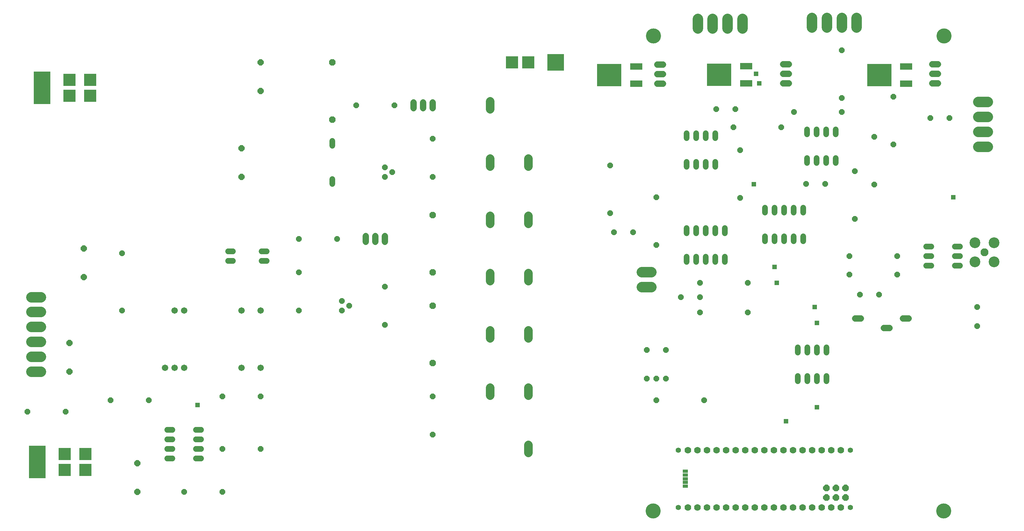
<source format=gts>
G75*
%MOIN*%
%OFA0B0*%
%FSLAX25Y25*%
%IPPOS*%
%LPD*%
%AMOC8*
5,1,8,0,0,1.08239X$1,22.5*
%
%ADD10C,0.15750*%
%ADD11OC8,0.06400*%
%ADD12C,0.09050*%
%ADD13C,0.06000*%
%ADD14C,0.06737*%
%ADD15C,0.06800*%
%ADD16OC8,0.06000*%
%ADD17OC8,0.06800*%
%ADD18R,0.12611X0.12611*%
%ADD19R,0.17398X0.17398*%
%ADD20C,0.10839*%
%ADD21C,0.07000*%
%ADD22C,0.05524*%
%ADD23R,0.05800X0.03300*%
%ADD24OC8,0.07000*%
%ADD25C,0.08300*%
%ADD26C,0.11300*%
%ADD27R,0.25209X0.23635*%
%ADD28R,0.12611X0.07099*%
%ADD29R,0.04762X0.04762*%
D10*
X0672300Y0027800D03*
X0976300Y0027800D03*
X0976800Y0525300D03*
X0672800Y0525300D03*
D11*
X0261800Y0497800D03*
X0261800Y0467800D03*
X0241800Y0407800D03*
X0241800Y0377800D03*
X0076800Y0302800D03*
X0076800Y0272800D03*
X0061800Y0203800D03*
X0061800Y0173800D03*
X0132800Y0077800D03*
X0132800Y0047800D03*
D12*
X0501800Y0148675D02*
X0501800Y0156925D01*
X0541800Y0156925D02*
X0541800Y0148675D01*
X0541800Y0096925D02*
X0541800Y0088675D01*
X0541800Y0208675D02*
X0541800Y0216925D01*
X0501800Y0216925D02*
X0501800Y0208675D01*
X0501800Y0268675D02*
X0501800Y0276925D01*
X0541800Y0276925D02*
X0541800Y0268675D01*
X0541800Y0328675D02*
X0541800Y0336925D01*
X0501800Y0336925D02*
X0501800Y0328675D01*
X0501800Y0388675D02*
X0501800Y0396925D01*
X0541800Y0396925D02*
X0541800Y0388675D01*
X0501800Y0448675D02*
X0501800Y0456925D01*
D13*
X0336800Y0415400D02*
X0336800Y0410200D01*
X0336800Y0375400D02*
X0336800Y0370200D01*
X0268000Y0299800D02*
X0262800Y0299800D01*
X0262800Y0289800D02*
X0268000Y0289800D01*
X0232800Y0289800D02*
X0227600Y0289800D01*
X0227600Y0299800D02*
X0232800Y0299800D01*
X0199400Y0112800D02*
X0194200Y0112800D01*
X0194200Y0102800D02*
X0199400Y0102800D01*
X0199400Y0092800D02*
X0194200Y0092800D01*
X0194200Y0082800D02*
X0199400Y0082800D01*
X0169400Y0082800D02*
X0164200Y0082800D01*
X0164200Y0092800D02*
X0169400Y0092800D01*
X0169400Y0102800D02*
X0164200Y0102800D01*
X0164200Y0112800D02*
X0169400Y0112800D01*
X0707300Y0288700D02*
X0707300Y0293900D01*
X0717300Y0293900D02*
X0717300Y0288700D01*
X0727300Y0288700D02*
X0727300Y0293900D01*
X0737300Y0293900D02*
X0737300Y0288700D01*
X0747300Y0288700D02*
X0747300Y0293900D01*
X0789300Y0310200D02*
X0789300Y0315400D01*
X0799300Y0315400D02*
X0799300Y0310200D01*
X0809300Y0310200D02*
X0809300Y0315400D01*
X0819300Y0315400D02*
X0819300Y0310200D01*
X0829300Y0310200D02*
X0829300Y0315400D01*
X0829300Y0340200D02*
X0829300Y0345400D01*
X0819300Y0345400D02*
X0819300Y0340200D01*
X0809300Y0340200D02*
X0809300Y0345400D01*
X0799300Y0345400D02*
X0799300Y0340200D01*
X0789300Y0340200D02*
X0789300Y0345400D01*
X0747300Y0323900D02*
X0747300Y0318700D01*
X0737300Y0318700D02*
X0737300Y0323900D01*
X0727300Y0323900D02*
X0727300Y0318700D01*
X0717300Y0318700D02*
X0717300Y0323900D01*
X0707300Y0323900D02*
X0707300Y0318700D01*
X0707300Y0388200D02*
X0707300Y0393400D01*
X0717300Y0393400D02*
X0717300Y0388200D01*
X0727300Y0388200D02*
X0727300Y0393400D01*
X0737300Y0393400D02*
X0737300Y0388200D01*
X0737300Y0418200D02*
X0737300Y0423400D01*
X0727300Y0423400D02*
X0727300Y0418200D01*
X0717300Y0418200D02*
X0717300Y0423400D01*
X0707300Y0423400D02*
X0707300Y0418200D01*
X0833300Y0422200D02*
X0833300Y0427400D01*
X0843300Y0427400D02*
X0843300Y0422200D01*
X0853300Y0422200D02*
X0853300Y0427400D01*
X0863300Y0427400D02*
X0863300Y0422200D01*
X0863300Y0397400D02*
X0863300Y0392200D01*
X0853300Y0392200D02*
X0853300Y0397400D01*
X0843300Y0397400D02*
X0843300Y0392200D01*
X0833300Y0392200D02*
X0833300Y0397400D01*
X0958200Y0304800D02*
X0963400Y0304800D01*
X0963400Y0294800D02*
X0958200Y0294800D01*
X0958200Y0284800D02*
X0963400Y0284800D01*
X0988200Y0284800D02*
X0993400Y0284800D01*
X0993400Y0294800D02*
X0988200Y0294800D01*
X0988200Y0304800D02*
X0993400Y0304800D01*
X0853800Y0198900D02*
X0853800Y0193700D01*
X0843800Y0193700D02*
X0843800Y0198900D01*
X0833800Y0198900D02*
X0833800Y0193700D01*
X0823800Y0193700D02*
X0823800Y0198900D01*
X0823800Y0168900D02*
X0823800Y0163700D01*
X0833800Y0163700D02*
X0833800Y0168900D01*
X0843800Y0168900D02*
X0843800Y0163700D01*
X0853800Y0163700D02*
X0853800Y0168900D01*
D14*
X0261800Y0177800D03*
X0241800Y0177800D03*
X0181800Y0177800D03*
X0171800Y0177800D03*
X0161800Y0177800D03*
X0171800Y0237800D03*
X0181800Y0237800D03*
X0241800Y0237800D03*
X0261800Y0237800D03*
D15*
X0371800Y0309800D02*
X0371800Y0315800D01*
X0381800Y0315800D02*
X0381800Y0309800D01*
X0391800Y0309800D02*
X0391800Y0315800D01*
X0421800Y0449800D02*
X0421800Y0455800D01*
X0431800Y0455800D02*
X0431800Y0449800D01*
X0441800Y0449800D02*
X0441800Y0455800D01*
X0676800Y0475300D02*
X0682800Y0475300D01*
X0682800Y0485300D02*
X0676800Y0485300D01*
X0676800Y0495300D02*
X0682800Y0495300D01*
X0808300Y0495800D02*
X0814300Y0495800D01*
X0814300Y0485800D02*
X0808300Y0485800D01*
X0808300Y0475800D02*
X0814300Y0475800D01*
X0964300Y0475800D02*
X0970300Y0475800D01*
X0970300Y0485800D02*
X0964300Y0485800D01*
X0964300Y0495800D02*
X0970300Y0495800D01*
X0939800Y0229300D02*
X0933800Y0229300D01*
X0919800Y0219300D02*
X0913800Y0219300D01*
X0889800Y0229300D02*
X0883800Y0229300D01*
D16*
X0888800Y0254300D03*
X0908800Y0254300D03*
X0927800Y0275300D03*
X0927800Y0294800D03*
X0877800Y0294800D03*
X0877800Y0275300D03*
X0883300Y0333800D03*
X0903800Y0369800D03*
X0883300Y0383800D03*
X0852300Y0370300D03*
X0832300Y0370300D03*
X0763300Y0355800D03*
X0675800Y0356300D03*
X0627300Y0339800D03*
X0631300Y0319800D03*
X0651300Y0319800D03*
X0675800Y0306300D03*
X0721300Y0266800D03*
X0721300Y0251800D03*
X0701300Y0251800D03*
X0721300Y0235800D03*
X0771300Y0235800D03*
X0771300Y0266800D03*
X0685800Y0196300D03*
X0665800Y0196300D03*
X0665800Y0166300D03*
X0675800Y0166300D03*
X0685800Y0166300D03*
X0675800Y0143800D03*
X0725800Y0143800D03*
X0441800Y0147800D03*
X0441800Y0107800D03*
X0261800Y0092800D03*
X0221800Y0092800D03*
X0221800Y0047800D03*
X0181800Y0047800D03*
X0057800Y0131800D03*
X0017800Y0131800D03*
X0104800Y0143800D03*
X0144800Y0143800D03*
X0221800Y0147800D03*
X0261800Y0147800D03*
X0391800Y0222800D03*
X0354300Y0242800D03*
X0346800Y0237800D03*
X0346800Y0247800D03*
X0301800Y0237800D03*
X0301800Y0277800D03*
X0301800Y0312800D03*
X0341800Y0312800D03*
X0391800Y0262800D03*
X0391800Y0377800D03*
X0399300Y0382800D03*
X0391800Y0387800D03*
X0441800Y0377800D03*
X0441800Y0417800D03*
X0401800Y0452800D03*
X0361800Y0452800D03*
X0627300Y0389800D03*
X0738300Y0448800D03*
X0758300Y0448800D03*
X0756300Y0429800D03*
X0763300Y0405800D03*
X0806300Y0429800D03*
X0819800Y0445800D03*
X0869800Y0445800D03*
X0869800Y0460300D03*
X0923800Y0461800D03*
X0962300Y0439300D03*
X0982300Y0439300D03*
X0923800Y0411800D03*
X0903800Y0419800D03*
X0869800Y0510300D03*
X1011300Y0241300D03*
X1011300Y0221300D03*
X0116800Y0237800D03*
X0116800Y0297800D03*
D17*
X0336800Y0437800D03*
X0336800Y0497800D03*
X0441800Y0337800D03*
X0441800Y0277800D03*
X0441800Y0242800D03*
X0441800Y0182800D03*
D18*
X0078500Y0087300D03*
X0056800Y0087300D03*
X0056800Y0070800D03*
X0078500Y0070800D03*
X0083500Y0462800D03*
X0061800Y0462800D03*
X0061800Y0479300D03*
X0083500Y0479300D03*
X0524800Y0497800D03*
X0541800Y0497800D03*
D19*
X0028100Y0070800D03*
X0028100Y0087300D03*
X0033100Y0462800D03*
X0033100Y0479300D03*
X0570500Y0497800D03*
D20*
X0718914Y0533280D02*
X0718914Y0543320D01*
X0734505Y0543320D02*
X0734505Y0533280D01*
X0750095Y0533280D02*
X0750095Y0543320D01*
X0765686Y0543320D02*
X0765686Y0533280D01*
X0838414Y0534280D02*
X0838414Y0544320D01*
X0854005Y0544320D02*
X0854005Y0534280D01*
X0869595Y0534280D02*
X0869595Y0544320D01*
X0885186Y0544320D02*
X0885186Y0534280D01*
X1012280Y0456186D02*
X1022320Y0456186D01*
X1022320Y0440595D02*
X1012280Y0440595D01*
X1012280Y0425005D02*
X1022320Y0425005D01*
X1022320Y0409414D02*
X1012280Y0409414D01*
X0670320Y0278095D02*
X0660280Y0278095D01*
X0660280Y0262505D02*
X0670320Y0262505D01*
X0031820Y0251776D02*
X0021780Y0251776D01*
X0021780Y0236186D02*
X0031820Y0236186D01*
X0031820Y0220595D02*
X0021780Y0220595D01*
X0021780Y0205005D02*
X0031820Y0205005D01*
X0031820Y0189414D02*
X0021780Y0189414D01*
X0021780Y0173824D02*
X0031820Y0173824D01*
D21*
X0708800Y0091300D03*
X0718800Y0091300D03*
X0728800Y0091300D03*
X0738800Y0091300D03*
X0748800Y0091300D03*
X0758800Y0091300D03*
X0768800Y0091300D03*
X0778800Y0091300D03*
X0788800Y0091300D03*
X0798800Y0091300D03*
X0808800Y0091300D03*
X0818800Y0091300D03*
X0828800Y0091300D03*
X0838800Y0091300D03*
X0848800Y0091300D03*
X0858800Y0091300D03*
X0868800Y0091300D03*
X0868800Y0031300D03*
X0858800Y0031300D03*
X0848800Y0031300D03*
X0838800Y0031300D03*
X0828800Y0031300D03*
X0818800Y0031300D03*
X0808800Y0031300D03*
X0798800Y0031300D03*
X0788800Y0031300D03*
X0778800Y0031300D03*
X0768800Y0031300D03*
X0758800Y0031300D03*
X0748800Y0031300D03*
X0738800Y0031300D03*
X0728800Y0031300D03*
X0718800Y0031300D03*
X0708800Y0031300D03*
D22*
X0698800Y0031300D03*
X0698800Y0091300D03*
X0878800Y0091300D03*
X0878800Y0031300D03*
D23*
X0706200Y0053700D03*
X0706200Y0057700D03*
X0706200Y0061500D03*
X0706200Y0065500D03*
X0706200Y0069400D03*
D24*
X0853800Y0051800D03*
X0863800Y0051800D03*
X0873800Y0051800D03*
X0873800Y0041800D03*
X0863800Y0041800D03*
X0853800Y0041800D03*
D25*
X1019100Y0298700D03*
D26*
X1009061Y0288661D03*
X1029139Y0288661D03*
X1029139Y0308739D03*
X1009061Y0308739D03*
D27*
X0908930Y0484300D03*
X0741430Y0484800D03*
X0626430Y0484300D03*
D28*
X0654698Y0475324D03*
X0654698Y0493276D03*
X0769698Y0493776D03*
X0769698Y0475824D03*
X0937198Y0475324D03*
X0937198Y0493276D03*
D29*
X0783300Y0475800D03*
X0779999Y0485601D03*
X0777550Y0370050D03*
X0799300Y0283300D03*
X0801800Y0266800D03*
X0841300Y0241300D03*
X0843800Y0224800D03*
X0843800Y0136300D03*
X0811300Y0121800D03*
X0986300Y0356300D03*
X0195800Y0138800D03*
M02*

</source>
